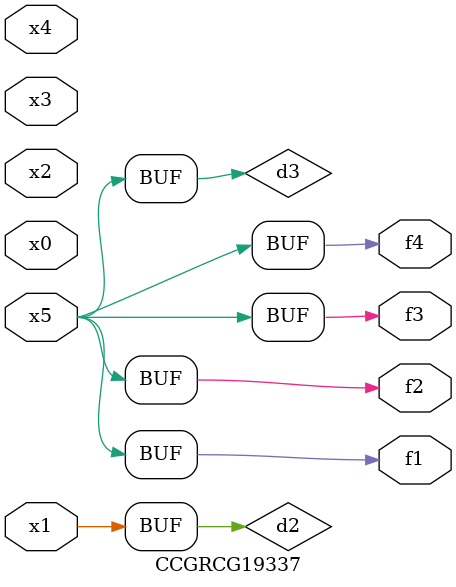
<source format=v>
module CCGRCG19337(
	input x0, x1, x2, x3, x4, x5,
	output f1, f2, f3, f4
);

	wire d1, d2, d3;

	not (d1, x5);
	or (d2, x1);
	xnor (d3, d1);
	assign f1 = d3;
	assign f2 = d3;
	assign f3 = d3;
	assign f4 = d3;
endmodule

</source>
